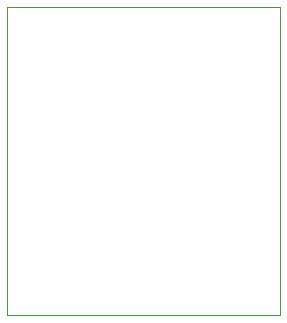
<source format=gbr>
G04 #@! TF.GenerationSoftware,KiCad,Pcbnew,5.1.0-rc2-unknown-4612175~81~ubuntu18.04.1*
G04 #@! TF.CreationDate,2019-03-08T09:47:56+02:00*
G04 #@! TF.ProjectId,LoRa_RevB,4c6f5261-5f52-4657-9642-2e6b69636164,rev?*
G04 #@! TF.SameCoordinates,Original*
G04 #@! TF.FileFunction,Profile,NP*
%FSLAX46Y46*%
G04 Gerber Fmt 4.6, Leading zero omitted, Abs format (unit mm)*
G04 Created by KiCad (PCBNEW 5.1.0-rc2-unknown-4612175~81~ubuntu18.04.1) date 2019-03-08 09:47:56*
%MOMM*%
%LPD*%
G04 APERTURE LIST*
%ADD10C,0.050000*%
G04 APERTURE END LIST*
D10*
X73533000Y-53975000D02*
X73533000Y-80010000D01*
X96647000Y-53975000D02*
X73533000Y-53975000D01*
X96647000Y-80010000D02*
X96647000Y-53975000D01*
X73533000Y-80010000D02*
X96647000Y-80010000D01*
M02*

</source>
